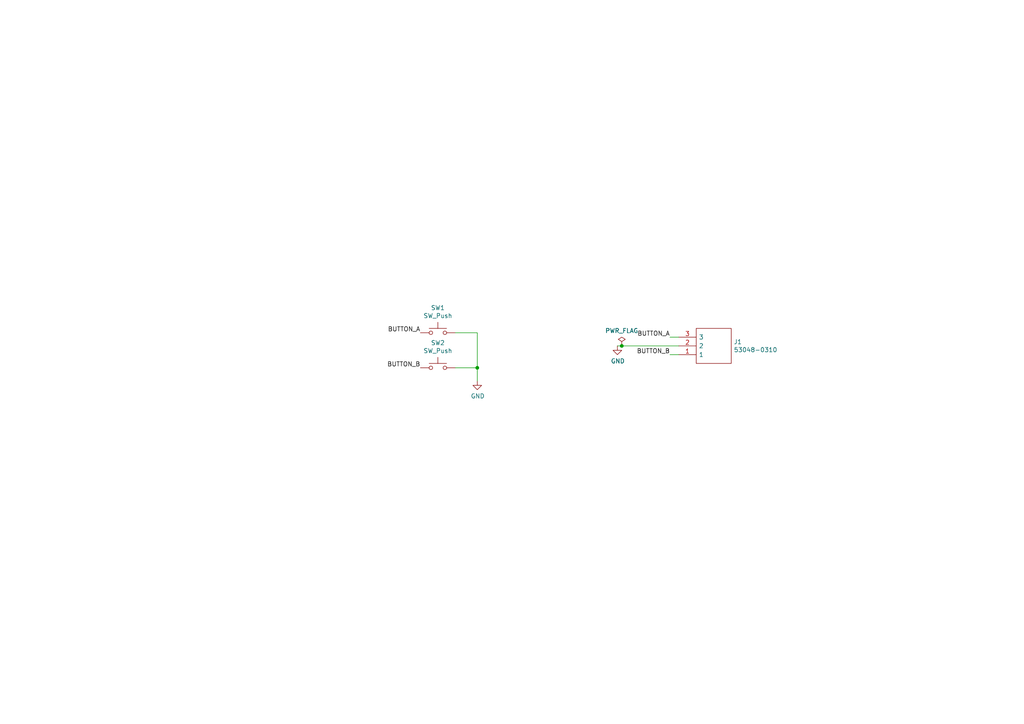
<source format=kicad_sch>
(kicad_sch (version 20230121) (generator eeschema)
  (paper "A4")
  (lib_symbols
    (symbol "Button-rescue:53047-0310-SamacSys" (pin_names (offset 0.762))
      (property "Reference" "J" (at 16.51 7.62 0))
      (property "Value" "SamacSys_53047-0310" (at 16.51 5.08 0))
      (symbol "53047-0310-SamacSys_0_0"
        (pin passive line (at 0 -5.08 0) (length 5.08) (name "1") (number "1"))
        (pin passive line (at 0 -2.54 0) (length 5.08) (name "2") (number "2"))
        (pin passive line (at 0 0 0) (length 5.08) (name "3") (number "3"))
      )
      (symbol "53047-0310-SamacSys_0_1"
        (polyline (pts (xy 5.08 2.54) (xy 15.24 2.54) (xy 15.24 -7.62) (xy 5.08 -7.62) (xy 5.08 2.54)) (stroke (width 0.1524)))
      )
    )
    (symbol "Switch:SW_Push" (pin_numbers hide) (pin_names (offset 1.016) hide)
      (property "Reference" "SW" (at 1.27 2.54 0))
      (property "Value" "SW_Push" (at 0 -1.524 0))
      (symbol "SW_Push_0_1"
        (circle (center -2.032 0) (radius 0.508))
        (polyline (pts (xy 0 1.27) (xy 0 3.048)))
        (polyline (pts (xy 2.54 1.27) (xy -2.54 1.27)))
        (circle (center 2.032 0) (radius 0.508))
        (pin passive line (at -5.08 0 0) (length 2.54) (name "1") (number "1"))
        (pin passive line (at 5.08 0 180) (length 2.54) (name "2") (number "2"))
      )
    )
    (symbol "power:GND" (power) (pin_names (offset 0))
      (property "Value" "GND" (at 0 -3.81 0))
      (symbol "GND_0_1"
        (polyline (pts (xy 0 0) (xy 0 -1.27) (xy 1.27 -1.27) (xy 0 -2.54) (xy -1.27 -1.27) (xy 0 -1.27)))
      )
      (symbol "GND_1_1"
        (pin power_in line (at 0 0 270) (length 0) hide (name "GND") (number "1"))
      )
    )
    (symbol "power:PWR_FLAG" (power) (pin_numbers hide) (pin_names (offset 0) hide)
      (property "Value" "PWR_FLAG" (at 0 3.81 0))
      (symbol "PWR_FLAG_0_0"
        (pin power_out line (at 0 0 90) (length 0) (name "pwr") (number "1"))
      )
      (symbol "PWR_FLAG_0_1"
        (polyline (pts (xy 0 0) (xy 0 1.27) (xy -1.016 1.905) (xy 0 2.54) (xy 1.016 1.905) (xy 0 1.27)))
      )
    )
  )
  (junction (at 180.34 100.33))
  (junction (at 138.43 106.68))
  (wire (pts (xy 138.43 96.52) (xy 138.43 106.68)))
  (wire (pts (xy 132.08 106.68) (xy 138.43 106.68)))
  (wire (pts (xy 196.85 97.79) (xy 194.31 97.79)))
  (wire (pts (xy 132.08 96.52) (xy 138.43 96.52)))
  (wire (pts (xy 180.34 100.33) (xy 179.07 100.33)))
  (wire (pts (xy 138.43 106.68) (xy 138.43 110.49)))
  (wire (pts (xy 194.31 102.87) (xy 196.85 102.87)))
  (wire (pts (xy 196.85 100.33) (xy 180.34 100.33)))
  (label "BUTTON_B" (at 194.31 102.87 180))
  (label "BUTTON_B" (at 121.92 106.68 180))
  (label "BUTTON_A" (at 194.31 97.79 180))
  (label "BUTTON_A" (at 121.92 96.52 180))
  (symbol (lib_id "Button-rescue:53047-0310-SamacSys") (at 196.85 97.79 0) (unit 1)
    (property "Reference" "J1" (at 212.8012 99.1616 0) (effects (justify left)))
    (property "Value" "53048-0310" (at 212.8012 101.473 0) (effects (justify left)))
    (property "Footprint" "Connector_Molex:Molex_PicoBlade_53048-0310_1x03_P1.25mm_Horizontal" (effects hide))
    (property "Datasheet" "http://uk.rs-online.com/web/p/products/3191064P" (effects hide))
    (property "Description" "Headers & Wire Housings VERTICAL HDR 3P" (effects hide))
    (property "Height" "4.4" (effects hide))
    (property "Manufacturer_Name" "Molex" (effects hide))
    (property "Manufacturer_Part_Number" "53048-0310" (effects hide))
    (property "Allied_Number" "70266925" (effects hide))
  )
  (symbol (lib_id "Switch:SW_Push") (at 127 96.52 0) (unit 1)
    (property "Reference" "SW1" (at 127 89.281 0))
    (property "Value" "SW_Push" (at 127 91.5924 0))
    (property "Footprint" "KiCad_imports:FSM4JRT" (effects hide))
  )
  (symbol (lib_id "Switch:SW_Push") (at 127 106.68 0) (unit 1)
    (property "Reference" "SW2" (at 127 99.441 0))
    (property "Value" "SW_Push" (at 127 101.7524 0))
    (property "Footprint" "KiCad_imports:FSM4JRT" (effects hide))
  )
  (symbol (lib_id "power:GND") (at 138.43 110.49 0) (unit 1)
    (property "Reference" "#PWR01" (effects hide))
    (property "Value" "GND" (at 138.557 114.8842 0))
  )
  (symbol (lib_id "power:PWR_FLAG") (at 180.34 100.33 0) (unit 1)
    (property "Reference" "#FLG0101" (effects hide))
    (property "Value" "PWR_FLAG" (at 180.34 95.9358 0))
  )
  (symbol (lib_id "power:GND") (at 179.07 100.33 0) (unit 1)
    (property "Reference" "#PWR0109" (effects hide))
    (property "Value" "GND" (at 179.197 104.7242 0))
  )
)
</source>
